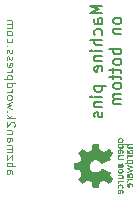
<source format=gbo>
G04 #@! TF.GenerationSoftware,KiCad,Pcbnew,(6.0.0)*
G04 #@! TF.CreationDate,2023-01-29T20:40:06-05:00*
G04 #@! TF.ProjectId,tms7000 64 pin narrow adapter,746d7337-3030-4302-9036-342070696e20,rev?*
G04 #@! TF.SameCoordinates,Original*
G04 #@! TF.FileFunction,Legend,Bot*
G04 #@! TF.FilePolarity,Positive*
%FSLAX46Y46*%
G04 Gerber Fmt 4.6, Leading zero omitted, Abs format (unit mm)*
G04 Created by KiCad (PCBNEW (6.0.0)) date 2023-01-29 20:40:06*
%MOMM*%
%LPD*%
G01*
G04 APERTURE LIST*
%ADD10C,0.100000*%
%ADD11C,0.150000*%
%ADD12R,1.600000X1.600000*%
%ADD13O,1.600000X1.600000*%
%ADD14R,1.100000X1.100000*%
%ADD15C,1.100000*%
G04 APERTURE END LIST*
D10*
X127191333Y-101196000D02*
X127558000Y-101196000D01*
X127624666Y-101229333D01*
X127658000Y-101296000D01*
X127658000Y-101429333D01*
X127624666Y-101496000D01*
X127224666Y-101196000D02*
X127191333Y-101262666D01*
X127191333Y-101429333D01*
X127224666Y-101496000D01*
X127291333Y-101529333D01*
X127358000Y-101529333D01*
X127424666Y-101496000D01*
X127458000Y-101429333D01*
X127458000Y-101262666D01*
X127491333Y-101196000D01*
X127191333Y-100862666D02*
X127891333Y-100862666D01*
X127624666Y-100862666D02*
X127658000Y-100796000D01*
X127658000Y-100662666D01*
X127624666Y-100596000D01*
X127591333Y-100562666D01*
X127524666Y-100529333D01*
X127324666Y-100529333D01*
X127258000Y-100562666D01*
X127224666Y-100596000D01*
X127191333Y-100662666D01*
X127191333Y-100796000D01*
X127224666Y-100862666D01*
X127658000Y-100296000D02*
X127658000Y-99929333D01*
X127191333Y-100296000D01*
X127191333Y-99929333D01*
X127191333Y-99662666D02*
X127658000Y-99662666D01*
X127591333Y-99662666D02*
X127624666Y-99629333D01*
X127658000Y-99562666D01*
X127658000Y-99462666D01*
X127624666Y-99396000D01*
X127558000Y-99362666D01*
X127191333Y-99362666D01*
X127558000Y-99362666D02*
X127624666Y-99329333D01*
X127658000Y-99262666D01*
X127658000Y-99162666D01*
X127624666Y-99096000D01*
X127558000Y-99062666D01*
X127191333Y-99062666D01*
X127191333Y-98429333D02*
X127558000Y-98429333D01*
X127624666Y-98462666D01*
X127658000Y-98529333D01*
X127658000Y-98662666D01*
X127624666Y-98729333D01*
X127224666Y-98429333D02*
X127191333Y-98496000D01*
X127191333Y-98662666D01*
X127224666Y-98729333D01*
X127291333Y-98762666D01*
X127358000Y-98762666D01*
X127424666Y-98729333D01*
X127458000Y-98662666D01*
X127458000Y-98496000D01*
X127491333Y-98429333D01*
X127658000Y-98096000D02*
X127191333Y-98096000D01*
X127591333Y-98096000D02*
X127624666Y-98062666D01*
X127658000Y-97996000D01*
X127658000Y-97896000D01*
X127624666Y-97829333D01*
X127558000Y-97796000D01*
X127191333Y-97796000D01*
X127824666Y-97496000D02*
X127858000Y-97462666D01*
X127891333Y-97396000D01*
X127891333Y-97229333D01*
X127858000Y-97162666D01*
X127824666Y-97129333D01*
X127758000Y-97096000D01*
X127691333Y-97096000D01*
X127591333Y-97129333D01*
X127191333Y-97529333D01*
X127191333Y-97096000D01*
X127191333Y-96796000D02*
X127891333Y-96796000D01*
X127458000Y-96729333D02*
X127191333Y-96529333D01*
X127658000Y-96529333D02*
X127391333Y-96796000D01*
X127258000Y-96229333D02*
X127224666Y-96196000D01*
X127191333Y-96229333D01*
X127224666Y-96262666D01*
X127258000Y-96229333D01*
X127191333Y-96229333D01*
X127658000Y-95962666D02*
X127191333Y-95829333D01*
X127524666Y-95696000D01*
X127191333Y-95562666D01*
X127658000Y-95429333D01*
X127191333Y-95062666D02*
X127224666Y-95129333D01*
X127258000Y-95162666D01*
X127324666Y-95196000D01*
X127524666Y-95196000D01*
X127591333Y-95162666D01*
X127624666Y-95129333D01*
X127658000Y-95062666D01*
X127658000Y-94962666D01*
X127624666Y-94896000D01*
X127591333Y-94862666D01*
X127524666Y-94829333D01*
X127324666Y-94829333D01*
X127258000Y-94862666D01*
X127224666Y-94896000D01*
X127191333Y-94962666D01*
X127191333Y-95062666D01*
X127191333Y-94529333D02*
X127658000Y-94529333D01*
X127524666Y-94529333D02*
X127591333Y-94496000D01*
X127624666Y-94462666D01*
X127658000Y-94396000D01*
X127658000Y-94329333D01*
X127191333Y-93796000D02*
X127891333Y-93796000D01*
X127224666Y-93796000D02*
X127191333Y-93862666D01*
X127191333Y-93996000D01*
X127224666Y-94062666D01*
X127258000Y-94096000D01*
X127324666Y-94129333D01*
X127524666Y-94129333D01*
X127591333Y-94096000D01*
X127624666Y-94062666D01*
X127658000Y-93996000D01*
X127658000Y-93862666D01*
X127624666Y-93796000D01*
X127658000Y-93462666D02*
X126958000Y-93462666D01*
X127624666Y-93462666D02*
X127658000Y-93396000D01*
X127658000Y-93262666D01*
X127624666Y-93196000D01*
X127591333Y-93162666D01*
X127524666Y-93129333D01*
X127324666Y-93129333D01*
X127258000Y-93162666D01*
X127224666Y-93196000D01*
X127191333Y-93262666D01*
X127191333Y-93396000D01*
X127224666Y-93462666D01*
X127191333Y-92829333D02*
X127658000Y-92829333D01*
X127524666Y-92829333D02*
X127591333Y-92796000D01*
X127624666Y-92762666D01*
X127658000Y-92696000D01*
X127658000Y-92629333D01*
X127224666Y-92129333D02*
X127191333Y-92196000D01*
X127191333Y-92329333D01*
X127224666Y-92396000D01*
X127291333Y-92429333D01*
X127558000Y-92429333D01*
X127624666Y-92396000D01*
X127658000Y-92329333D01*
X127658000Y-92196000D01*
X127624666Y-92129333D01*
X127558000Y-92096000D01*
X127491333Y-92096000D01*
X127424666Y-92429333D01*
X127224666Y-91829333D02*
X127191333Y-91762666D01*
X127191333Y-91629333D01*
X127224666Y-91562666D01*
X127291333Y-91529333D01*
X127324666Y-91529333D01*
X127391333Y-91562666D01*
X127424666Y-91629333D01*
X127424666Y-91729333D01*
X127458000Y-91796000D01*
X127524666Y-91829333D01*
X127558000Y-91829333D01*
X127624666Y-91796000D01*
X127658000Y-91729333D01*
X127658000Y-91629333D01*
X127624666Y-91562666D01*
X127224666Y-91262666D02*
X127191333Y-91196000D01*
X127191333Y-91062666D01*
X127224666Y-90996000D01*
X127291333Y-90962666D01*
X127324666Y-90962666D01*
X127391333Y-90996000D01*
X127424666Y-91062666D01*
X127424666Y-91162666D01*
X127458000Y-91229333D01*
X127524666Y-91262666D01*
X127558000Y-91262666D01*
X127624666Y-91229333D01*
X127658000Y-91162666D01*
X127658000Y-91062666D01*
X127624666Y-90996000D01*
X127258000Y-90662666D02*
X127224666Y-90629333D01*
X127191333Y-90662666D01*
X127224666Y-90696000D01*
X127258000Y-90662666D01*
X127191333Y-90662666D01*
X127224666Y-90029333D02*
X127191333Y-90096000D01*
X127191333Y-90229333D01*
X127224666Y-90296000D01*
X127258000Y-90329333D01*
X127324666Y-90362666D01*
X127524666Y-90362666D01*
X127591333Y-90329333D01*
X127624666Y-90296000D01*
X127658000Y-90229333D01*
X127658000Y-90096000D01*
X127624666Y-90029333D01*
X127191333Y-89629333D02*
X127224666Y-89696000D01*
X127258000Y-89729333D01*
X127324666Y-89762666D01*
X127524666Y-89762666D01*
X127591333Y-89729333D01*
X127624666Y-89696000D01*
X127658000Y-89629333D01*
X127658000Y-89529333D01*
X127624666Y-89462666D01*
X127591333Y-89429333D01*
X127524666Y-89396000D01*
X127324666Y-89396000D01*
X127258000Y-89429333D01*
X127224666Y-89462666D01*
X127191333Y-89529333D01*
X127191333Y-89629333D01*
X127191333Y-89096000D02*
X127658000Y-89096000D01*
X127591333Y-89096000D02*
X127624666Y-89062666D01*
X127658000Y-88996000D01*
X127658000Y-88896000D01*
X127624666Y-88829333D01*
X127558000Y-88796000D01*
X127191333Y-88796000D01*
X127558000Y-88796000D02*
X127624666Y-88762666D01*
X127658000Y-88696000D01*
X127658000Y-88596000D01*
X127624666Y-88529333D01*
X127558000Y-88496000D01*
X127191333Y-88496000D01*
D11*
X135283380Y-87233714D02*
X134283380Y-87233714D01*
X134997666Y-87567047D01*
X134283380Y-87900380D01*
X135283380Y-87900380D01*
X135283380Y-88805142D02*
X134759571Y-88805142D01*
X134664333Y-88757523D01*
X134616714Y-88662285D01*
X134616714Y-88471809D01*
X134664333Y-88376571D01*
X135235761Y-88805142D02*
X135283380Y-88709904D01*
X135283380Y-88471809D01*
X135235761Y-88376571D01*
X135140523Y-88328952D01*
X135045285Y-88328952D01*
X134950047Y-88376571D01*
X134902428Y-88471809D01*
X134902428Y-88709904D01*
X134854809Y-88805142D01*
X135235761Y-89709904D02*
X135283380Y-89614666D01*
X135283380Y-89424190D01*
X135235761Y-89328952D01*
X135188142Y-89281333D01*
X135092904Y-89233714D01*
X134807190Y-89233714D01*
X134711952Y-89281333D01*
X134664333Y-89328952D01*
X134616714Y-89424190D01*
X134616714Y-89614666D01*
X134664333Y-89709904D01*
X135283380Y-90138476D02*
X134283380Y-90138476D01*
X135283380Y-90567047D02*
X134759571Y-90567047D01*
X134664333Y-90519428D01*
X134616714Y-90424190D01*
X134616714Y-90281333D01*
X134664333Y-90186095D01*
X134711952Y-90138476D01*
X135283380Y-91043238D02*
X134616714Y-91043238D01*
X134283380Y-91043238D02*
X134331000Y-90995619D01*
X134378619Y-91043238D01*
X134331000Y-91090857D01*
X134283380Y-91043238D01*
X134378619Y-91043238D01*
X134616714Y-91519428D02*
X135283380Y-91519428D01*
X134711952Y-91519428D02*
X134664333Y-91567047D01*
X134616714Y-91662285D01*
X134616714Y-91805142D01*
X134664333Y-91900380D01*
X134759571Y-91948000D01*
X135283380Y-91948000D01*
X135235761Y-92805142D02*
X135283380Y-92709904D01*
X135283380Y-92519428D01*
X135235761Y-92424190D01*
X135140523Y-92376571D01*
X134759571Y-92376571D01*
X134664333Y-92424190D01*
X134616714Y-92519428D01*
X134616714Y-92709904D01*
X134664333Y-92805142D01*
X134759571Y-92852761D01*
X134854809Y-92852761D01*
X134950047Y-92376571D01*
X134616714Y-94043238D02*
X135616714Y-94043238D01*
X134664333Y-94043238D02*
X134616714Y-94138476D01*
X134616714Y-94328952D01*
X134664333Y-94424190D01*
X134711952Y-94471809D01*
X134807190Y-94519428D01*
X135092904Y-94519428D01*
X135188142Y-94471809D01*
X135235761Y-94424190D01*
X135283380Y-94328952D01*
X135283380Y-94138476D01*
X135235761Y-94043238D01*
X135283380Y-94948000D02*
X134616714Y-94948000D01*
X134283380Y-94948000D02*
X134331000Y-94900380D01*
X134378619Y-94948000D01*
X134331000Y-94995619D01*
X134283380Y-94948000D01*
X134378619Y-94948000D01*
X134616714Y-95424190D02*
X135283380Y-95424190D01*
X134711952Y-95424190D02*
X134664333Y-95471809D01*
X134616714Y-95567047D01*
X134616714Y-95709904D01*
X134664333Y-95805142D01*
X134759571Y-95852761D01*
X135283380Y-95852761D01*
X135235761Y-96281333D02*
X135283380Y-96376571D01*
X135283380Y-96567047D01*
X135235761Y-96662285D01*
X135140523Y-96709904D01*
X135092904Y-96709904D01*
X134997666Y-96662285D01*
X134950047Y-96567047D01*
X134950047Y-96424190D01*
X134902428Y-96328952D01*
X134807190Y-96281333D01*
X134759571Y-96281333D01*
X134664333Y-96328952D01*
X134616714Y-96424190D01*
X134616714Y-96567047D01*
X134664333Y-96662285D01*
X136893380Y-88448000D02*
X136845761Y-88352761D01*
X136798142Y-88305142D01*
X136702904Y-88257523D01*
X136417190Y-88257523D01*
X136321952Y-88305142D01*
X136274333Y-88352761D01*
X136226714Y-88448000D01*
X136226714Y-88590857D01*
X136274333Y-88686095D01*
X136321952Y-88733714D01*
X136417190Y-88781333D01*
X136702904Y-88781333D01*
X136798142Y-88733714D01*
X136845761Y-88686095D01*
X136893380Y-88590857D01*
X136893380Y-88448000D01*
X136226714Y-89209904D02*
X136893380Y-89209904D01*
X136321952Y-89209904D02*
X136274333Y-89257523D01*
X136226714Y-89352761D01*
X136226714Y-89495619D01*
X136274333Y-89590857D01*
X136369571Y-89638476D01*
X136893380Y-89638476D01*
X136893380Y-90876571D02*
X135893380Y-90876571D01*
X136274333Y-90876571D02*
X136226714Y-90971809D01*
X136226714Y-91162285D01*
X136274333Y-91257523D01*
X136321952Y-91305142D01*
X136417190Y-91352761D01*
X136702904Y-91352761D01*
X136798142Y-91305142D01*
X136845761Y-91257523D01*
X136893380Y-91162285D01*
X136893380Y-90971809D01*
X136845761Y-90876571D01*
X136893380Y-91924190D02*
X136845761Y-91828952D01*
X136798142Y-91781333D01*
X136702904Y-91733714D01*
X136417190Y-91733714D01*
X136321952Y-91781333D01*
X136274333Y-91828952D01*
X136226714Y-91924190D01*
X136226714Y-92067047D01*
X136274333Y-92162285D01*
X136321952Y-92209904D01*
X136417190Y-92257523D01*
X136702904Y-92257523D01*
X136798142Y-92209904D01*
X136845761Y-92162285D01*
X136893380Y-92067047D01*
X136893380Y-91924190D01*
X136226714Y-92543238D02*
X136226714Y-92924190D01*
X135893380Y-92686095D02*
X136750523Y-92686095D01*
X136845761Y-92733714D01*
X136893380Y-92828952D01*
X136893380Y-92924190D01*
X136226714Y-93114666D02*
X136226714Y-93495619D01*
X135893380Y-93257523D02*
X136750523Y-93257523D01*
X136845761Y-93305142D01*
X136893380Y-93400380D01*
X136893380Y-93495619D01*
X136893380Y-93971809D02*
X136845761Y-93876571D01*
X136798142Y-93828952D01*
X136702904Y-93781333D01*
X136417190Y-93781333D01*
X136321952Y-93828952D01*
X136274333Y-93876571D01*
X136226714Y-93971809D01*
X136226714Y-94114666D01*
X136274333Y-94209904D01*
X136321952Y-94257523D01*
X136417190Y-94305142D01*
X136702904Y-94305142D01*
X136798142Y-94257523D01*
X136845761Y-94209904D01*
X136893380Y-94114666D01*
X136893380Y-93971809D01*
X136893380Y-94733714D02*
X136226714Y-94733714D01*
X136321952Y-94733714D02*
X136274333Y-94781333D01*
X136226714Y-94876571D01*
X136226714Y-95019428D01*
X136274333Y-95114666D01*
X136369571Y-95162285D01*
X136893380Y-95162285D01*
X136369571Y-95162285D02*
X136274333Y-95209904D01*
X136226714Y-95305142D01*
X136226714Y-95448000D01*
X136274333Y-95543238D01*
X136369571Y-95590857D01*
X136893380Y-95590857D01*
G36*
X136902644Y-98464611D02*
G01*
X136946692Y-98471113D01*
X136983065Y-98482568D01*
X137013840Y-98499617D01*
X137041091Y-98522899D01*
X137055032Y-98538457D01*
X137080863Y-98579470D01*
X137095036Y-98624458D01*
X137097788Y-98659686D01*
X137095121Y-98700255D01*
X137087277Y-98737483D01*
X137076783Y-98763070D01*
X137051732Y-98800097D01*
X137018289Y-98831178D01*
X136978896Y-98853695D01*
X136965802Y-98858041D01*
X136934798Y-98864031D01*
X136896595Y-98867834D01*
X136854443Y-98869445D01*
X136811595Y-98868863D01*
X136771300Y-98866084D01*
X136736811Y-98861106D01*
X136711377Y-98853926D01*
X136691878Y-98844497D01*
X136654228Y-98817243D01*
X136624967Y-98782871D01*
X136604456Y-98743176D01*
X136593056Y-98699955D01*
X136592199Y-98679961D01*
X136694361Y-98679961D01*
X136702271Y-98709431D01*
X136719171Y-98735162D01*
X136745059Y-98754675D01*
X136757271Y-98760328D01*
X136771273Y-98764657D01*
X136788421Y-98767189D01*
X136811832Y-98768359D01*
X136844622Y-98768604D01*
X136873827Y-98767991D01*
X136913015Y-98764390D01*
X136942494Y-98757182D01*
X136963791Y-98745929D01*
X136978431Y-98730193D01*
X136978454Y-98730158D01*
X136991496Y-98700301D01*
X136995697Y-98667090D01*
X136991083Y-98634617D01*
X136977678Y-98606969D01*
X136970094Y-98597509D01*
X136955574Y-98584023D01*
X136938180Y-98574830D01*
X136915524Y-98569187D01*
X136885214Y-98566347D01*
X136844860Y-98565566D01*
X136841198Y-98565568D01*
X136808228Y-98565882D01*
X136784807Y-98566976D01*
X136768236Y-98569198D01*
X136755818Y-98572893D01*
X136744856Y-98578407D01*
X136724609Y-98593882D01*
X136705528Y-98619709D01*
X136695446Y-98649228D01*
X136694361Y-98679961D01*
X136592199Y-98679961D01*
X136591129Y-98655003D01*
X136599034Y-98610116D01*
X136617134Y-98567089D01*
X136645789Y-98527719D01*
X136654975Y-98518248D01*
X136681849Y-98496249D01*
X136712103Y-98480378D01*
X136747908Y-98469924D01*
X136791437Y-98464174D01*
X136844860Y-98462416D01*
X136848846Y-98462424D01*
X136902644Y-98464611D01*
G37*
G36*
X136903558Y-102387743D02*
G01*
X136954106Y-102400320D01*
X136998354Y-102420355D01*
X137034062Y-102447283D01*
X137040200Y-102453687D01*
X137064577Y-102486798D01*
X137083771Y-102525084D01*
X137094867Y-102562997D01*
X137098394Y-102586978D01*
X137099908Y-102614670D01*
X137097074Y-102639901D01*
X137089619Y-102668201D01*
X137085538Y-102680013D01*
X137069273Y-102715092D01*
X137048747Y-102747455D01*
X137026882Y-102772257D01*
X137017808Y-102779684D01*
X137010513Y-102780232D01*
X137000459Y-102772257D01*
X136996658Y-102768622D01*
X136983044Y-102754005D01*
X136968782Y-102737038D01*
X136950296Y-102713728D01*
X136967423Y-102691273D01*
X136971027Y-102686332D01*
X136988417Y-102652322D01*
X136995831Y-102616431D01*
X136993672Y-102580967D01*
X136982349Y-102548235D01*
X136962264Y-102520541D01*
X136933825Y-102500192D01*
X136932244Y-102499424D01*
X136915391Y-102492469D01*
X136897822Y-102488301D01*
X136875618Y-102486284D01*
X136844860Y-102485784D01*
X136835915Y-102485823D01*
X136808334Y-102486651D01*
X136788228Y-102489075D01*
X136771631Y-102493785D01*
X136754574Y-102501468D01*
X136729155Y-102518104D01*
X136708800Y-102542968D01*
X136697986Y-102574789D01*
X136696096Y-102614761D01*
X136696829Y-102626017D01*
X136700086Y-102648578D01*
X136706754Y-102666529D01*
X136718636Y-102685527D01*
X136738942Y-102714336D01*
X136720697Y-102737342D01*
X136716039Y-102743083D01*
X136701426Y-102759847D01*
X136689195Y-102772316D01*
X136687144Y-102774160D01*
X136678479Y-102780440D01*
X136671261Y-102779071D01*
X136660254Y-102769551D01*
X136657425Y-102766813D01*
X136632751Y-102736014D01*
X136611886Y-102697930D01*
X136597443Y-102657236D01*
X136594973Y-102647168D01*
X136590847Y-102623509D01*
X136590690Y-102601430D01*
X136594238Y-102574129D01*
X136603047Y-102536008D01*
X136623097Y-102489166D01*
X136652091Y-102450973D01*
X136690168Y-102421298D01*
X136737468Y-102400010D01*
X136794132Y-102386978D01*
X136848952Y-102383187D01*
X136903558Y-102387743D01*
G37*
G36*
X137876364Y-102038295D02*
G01*
X137712261Y-102038305D01*
X137679446Y-102038338D01*
X137635757Y-102038559D01*
X137602000Y-102039070D01*
X137576591Y-102039964D01*
X137557944Y-102041335D01*
X137544474Y-102043277D01*
X137534595Y-102045882D01*
X137526722Y-102049245D01*
X137511290Y-102059153D01*
X137490292Y-102082887D01*
X137478753Y-102111879D01*
X137477525Y-102143401D01*
X137487462Y-102174728D01*
X137500221Y-102199206D01*
X137456346Y-102235301D01*
X137455397Y-102236080D01*
X137433992Y-102253049D01*
X137419879Y-102262490D01*
X137411283Y-102265377D01*
X137406426Y-102262685D01*
X137387579Y-102226657D01*
X137377391Y-102184050D01*
X137377800Y-102140323D01*
X137388756Y-102098140D01*
X137410210Y-102060163D01*
X137426889Y-102038295D01*
X137382492Y-102038295D01*
X137382492Y-101938271D01*
X137876364Y-101938271D01*
X137876364Y-102038295D01*
G37*
G36*
X137777740Y-99428723D02*
G01*
X137797757Y-99437078D01*
X137829802Y-99460420D01*
X137855586Y-99493089D01*
X137873616Y-99533455D01*
X137879020Y-99558842D01*
X137881812Y-99593582D01*
X137880875Y-99628599D01*
X137876088Y-99657828D01*
X137875657Y-99659309D01*
X137866380Y-99680683D01*
X137853687Y-99700026D01*
X137837743Y-99718975D01*
X137876364Y-99718975D01*
X137876364Y-99826349D01*
X137687255Y-99823792D01*
X137684355Y-99823753D01*
X137623620Y-99822725D01*
X137574473Y-99821452D01*
X137536040Y-99819887D01*
X137507444Y-99817988D01*
X137487811Y-99815708D01*
X137476265Y-99813002D01*
X137448681Y-99799557D01*
X137419763Y-99774718D01*
X137397477Y-99740099D01*
X137393171Y-99730947D01*
X137386373Y-99713213D01*
X137381986Y-99694330D01*
X137379268Y-99670514D01*
X137377479Y-99637980D01*
X137376870Y-99611568D01*
X137379008Y-99567985D01*
X137386034Y-99532575D01*
X137398543Y-99502909D01*
X137417132Y-99476560D01*
X137426729Y-99465830D01*
X137438123Y-99454539D01*
X137444491Y-99450159D01*
X137445031Y-99450307D01*
X137451955Y-99456389D01*
X137463767Y-99469604D01*
X137478248Y-99487496D01*
X137507244Y-99524834D01*
X137492518Y-99540723D01*
X137485351Y-99549730D01*
X137476342Y-99568847D01*
X137471474Y-99594413D01*
X137470014Y-99629310D01*
X137470657Y-99644706D01*
X137476125Y-99674852D01*
X137486349Y-99698268D01*
X137500331Y-99712220D01*
X137507205Y-99714660D01*
X137525354Y-99717762D01*
X137547065Y-99718975D01*
X137581179Y-99718975D01*
X137669094Y-99718975D01*
X137704272Y-99718975D01*
X137718452Y-99718396D01*
X137746494Y-99713275D01*
X137767439Y-99703665D01*
X137778712Y-99690549D01*
X137779600Y-99687845D01*
X137782827Y-99669831D01*
X137784946Y-99644829D01*
X137785796Y-99617293D01*
X137785214Y-99591672D01*
X137783036Y-99572418D01*
X137780911Y-99564359D01*
X137768711Y-99541535D01*
X137750733Y-99526156D01*
X137729599Y-99519257D01*
X137707929Y-99521873D01*
X137688344Y-99535039D01*
X137682676Y-99541659D01*
X137678213Y-99549613D01*
X137675238Y-99560551D01*
X137673340Y-99576852D01*
X137672111Y-99600897D01*
X137671141Y-99635063D01*
X137669094Y-99718975D01*
X137581179Y-99718975D01*
X137583805Y-99626765D01*
X137585565Y-99583996D01*
X137588623Y-99549170D01*
X137593508Y-99522320D01*
X137600814Y-99501137D01*
X137611137Y-99483312D01*
X137625071Y-99466538D01*
X137637966Y-99455051D01*
X137669197Y-99437497D01*
X137705625Y-99426583D01*
X137729599Y-99424501D01*
X137743167Y-99423322D01*
X137777740Y-99428723D01*
G37*
G36*
X137876364Y-99055566D02*
G01*
X137709135Y-99057502D01*
X137679512Y-99057855D01*
X137635597Y-99058481D01*
X137601697Y-99059217D01*
X137576222Y-99060195D01*
X137557577Y-99061549D01*
X137544172Y-99063413D01*
X137534412Y-99065920D01*
X137526706Y-99069203D01*
X137519461Y-99073397D01*
X137518494Y-99074008D01*
X137496799Y-99094851D01*
X137482771Y-99122488D01*
X137477062Y-99153479D01*
X137480325Y-99184380D01*
X137493214Y-99211751D01*
X137501294Y-99222018D01*
X137510344Y-99230756D01*
X137521322Y-99237472D01*
X137535738Y-99242429D01*
X137555103Y-99245893D01*
X137580927Y-99248127D01*
X137614721Y-99249397D01*
X137657995Y-99249966D01*
X137712261Y-99250100D01*
X137876364Y-99250109D01*
X137876364Y-99350646D01*
X137684129Y-99348827D01*
X137673827Y-99348729D01*
X137618085Y-99348129D01*
X137573100Y-99347314D01*
X137537373Y-99346002D01*
X137509404Y-99343912D01*
X137487694Y-99340760D01*
X137470744Y-99336265D01*
X137457054Y-99330145D01*
X137445126Y-99322116D01*
X137433460Y-99311897D01*
X137420557Y-99299206D01*
X137407508Y-99284044D01*
X137387927Y-99248329D01*
X137377566Y-99208208D01*
X137376657Y-99166609D01*
X137385430Y-99126462D01*
X137404116Y-99090695D01*
X137405586Y-99088666D01*
X137415746Y-99074225D01*
X137422376Y-99064126D01*
X137422602Y-99063299D01*
X137419698Y-99061180D01*
X137410631Y-99059508D01*
X137394346Y-99058239D01*
X137369785Y-99057329D01*
X137335893Y-99056734D01*
X137291612Y-99056410D01*
X137235886Y-99056312D01*
X137044781Y-99056312D01*
X137066443Y-99089132D01*
X137075433Y-99104338D01*
X137087327Y-99129560D01*
X137094693Y-99151771D01*
X137098451Y-99182806D01*
X137093887Y-99224864D01*
X137078972Y-99263758D01*
X137054870Y-99297496D01*
X137022746Y-99324086D01*
X136983763Y-99341536D01*
X136980742Y-99342348D01*
X136956146Y-99346505D01*
X136922661Y-99349441D01*
X136883333Y-99351156D01*
X136841209Y-99351651D01*
X136799334Y-99350928D01*
X136760754Y-99348986D01*
X136728517Y-99345827D01*
X136705668Y-99341452D01*
X136686939Y-99334756D01*
X136651125Y-99313352D01*
X136623222Y-99284270D01*
X136603821Y-99249328D01*
X136593514Y-99210346D01*
X136592892Y-99169145D01*
X136593589Y-99166142D01*
X136695596Y-99166142D01*
X136701064Y-99196605D01*
X136714914Y-99219298D01*
X136737828Y-99235714D01*
X136749489Y-99240425D01*
X136763916Y-99243669D01*
X136783514Y-99245677D01*
X136810724Y-99246699D01*
X136847986Y-99246984D01*
X136886380Y-99246502D01*
X136918556Y-99244518D01*
X136942193Y-99240468D01*
X136959347Y-99233790D01*
X136972073Y-99223924D01*
X136982429Y-99210309D01*
X136990480Y-99193244D01*
X136996127Y-99163777D01*
X136994293Y-99133349D01*
X136985372Y-99105881D01*
X136969764Y-99085296D01*
X136961379Y-99079301D01*
X136933046Y-99067033D01*
X136897414Y-99059243D01*
X136857623Y-99055912D01*
X136816815Y-99057021D01*
X136778130Y-99062551D01*
X136744709Y-99072484D01*
X136719694Y-99086800D01*
X136709959Y-99095655D01*
X136702372Y-99106522D01*
X136698336Y-99121125D01*
X136696032Y-99143847D01*
X136695596Y-99166142D01*
X136593589Y-99166142D01*
X136602547Y-99127543D01*
X136623070Y-99087362D01*
X136643965Y-99056312D01*
X136594798Y-99056312D01*
X136594798Y-98956287D01*
X137876364Y-98956287D01*
X137876364Y-99055566D01*
G37*
G36*
X136875025Y-102813549D02*
G01*
X136909379Y-102816012D01*
X136935969Y-102820300D01*
X136974741Y-102832903D01*
X137018724Y-102857298D01*
X137053624Y-102890048D01*
X137079074Y-102930788D01*
X137094708Y-102979152D01*
X137095295Y-102982130D01*
X137099426Y-103036105D01*
X137091787Y-103089452D01*
X137072941Y-103139918D01*
X137043447Y-103185250D01*
X137037882Y-103191731D01*
X137026868Y-103202910D01*
X137020207Y-103207333D01*
X137019966Y-103207302D01*
X137013179Y-103202211D01*
X137001098Y-103190093D01*
X136986170Y-103173388D01*
X136957169Y-103139443D01*
X136972524Y-103116816D01*
X136974850Y-103113265D01*
X136986624Y-103092103D01*
X136995217Y-103071955D01*
X136997786Y-103062095D01*
X137000513Y-103034681D01*
X136998956Y-103005149D01*
X136993555Y-102978254D01*
X136984748Y-102958750D01*
X136968790Y-102943184D01*
X136945823Y-102928490D01*
X136921144Y-102917703D01*
X136899799Y-102913511D01*
X136882369Y-102913511D01*
X136882369Y-103221186D01*
X136812039Y-103218622D01*
X136766718Y-103215417D01*
X136729731Y-103208639D01*
X136699451Y-103197270D01*
X136673071Y-103180249D01*
X136647789Y-103156516D01*
X136619394Y-103118916D01*
X136599477Y-103074096D01*
X136591200Y-103026392D01*
X136591910Y-103017202D01*
X136688571Y-103017202D01*
X136688768Y-103024051D01*
X136696359Y-103057667D01*
X136714311Y-103085028D01*
X136741713Y-103105114D01*
X136777656Y-103116909D01*
X136801099Y-103121203D01*
X136801099Y-102913511D01*
X136783328Y-102913511D01*
X136764786Y-102916550D01*
X136739124Y-102927765D01*
X136715933Y-102944437D01*
X136700170Y-102963581D01*
X136699698Y-102964480D01*
X136691620Y-102988697D01*
X136688571Y-103017202D01*
X136591910Y-103017202D01*
X136594995Y-102977267D01*
X136608291Y-102934671D01*
X136632633Y-102894169D01*
X136666780Y-102861239D01*
X136710495Y-102836106D01*
X136763537Y-102818994D01*
X136771494Y-102817460D01*
X136801099Y-102814278D01*
X136801472Y-102814238D01*
X136837519Y-102812946D01*
X136875025Y-102813549D01*
G37*
G36*
X134739380Y-98993797D02*
G01*
X134800530Y-98993837D01*
X134850474Y-98993979D01*
X134890368Y-98994272D01*
X134921366Y-98994766D01*
X134944623Y-98995511D01*
X134961295Y-98996556D01*
X134972537Y-98997952D01*
X134979504Y-98999747D01*
X134983351Y-99001992D01*
X134985233Y-99004736D01*
X134987385Y-99013039D01*
X134991547Y-99032235D01*
X134997416Y-99060843D01*
X135004702Y-99097411D01*
X135013116Y-99140488D01*
X135022369Y-99188623D01*
X135032173Y-99240366D01*
X135037726Y-99269755D01*
X135048767Y-99327136D01*
X135058034Y-99373523D01*
X135065736Y-99409839D01*
X135072085Y-99437007D01*
X135077289Y-99455950D01*
X135081560Y-99467591D01*
X135085108Y-99472853D01*
X135086600Y-99473744D01*
X135098358Y-99479317D01*
X135119708Y-99488638D01*
X135149110Y-99501062D01*
X135185027Y-99515942D01*
X135225920Y-99532635D01*
X135270250Y-99550495D01*
X135310008Y-99566286D01*
X135360836Y-99585969D01*
X135400990Y-99600786D01*
X135430911Y-99610889D01*
X135451039Y-99616435D01*
X135461813Y-99617576D01*
X135469173Y-99614348D01*
X135486078Y-99604653D01*
X135510802Y-99589351D01*
X135542050Y-99569274D01*
X135578529Y-99545256D01*
X135618944Y-99518129D01*
X135662001Y-99488726D01*
X135700495Y-99462383D01*
X135740662Y-99435266D01*
X135776781Y-99411271D01*
X135807609Y-99391204D01*
X135831907Y-99375871D01*
X135848434Y-99366080D01*
X135855948Y-99362637D01*
X135856879Y-99362934D01*
X135865668Y-99369386D01*
X135881950Y-99383549D01*
X135904715Y-99404468D01*
X135932948Y-99431186D01*
X135965639Y-99462750D01*
X136001775Y-99498205D01*
X136040343Y-99536595D01*
X136068412Y-99564776D01*
X136108395Y-99605169D01*
X136140566Y-99638090D01*
X136165638Y-99664321D01*
X136184324Y-99684647D01*
X136197336Y-99699852D01*
X136205387Y-99710720D01*
X136209190Y-99718034D01*
X136209458Y-99722578D01*
X136206169Y-99728464D01*
X136196400Y-99743918D01*
X136181073Y-99767333D01*
X136161033Y-99797443D01*
X136137125Y-99832980D01*
X136110193Y-99872677D01*
X136081082Y-99915267D01*
X136056526Y-99951302D01*
X136029542Y-99991503D01*
X136005644Y-100027761D01*
X135985642Y-100058813D01*
X135970350Y-100083396D01*
X135960579Y-100100246D01*
X135957141Y-100108100D01*
X135957687Y-100111031D01*
X135962812Y-100124659D01*
X135972468Y-100145967D01*
X135985594Y-100172676D01*
X136001128Y-100202504D01*
X136008123Y-100215773D01*
X136022502Y-100244394D01*
X136033838Y-100268850D01*
X136041117Y-100286888D01*
X136043325Y-100296256D01*
X136042138Y-100298152D01*
X136035986Y-100302712D01*
X136024039Y-100309383D01*
X136005651Y-100318450D01*
X135980179Y-100330197D01*
X135946977Y-100344907D01*
X135905400Y-100362866D01*
X135854804Y-100384357D01*
X135794543Y-100409664D01*
X135723973Y-100439071D01*
X135642449Y-100472862D01*
X135599880Y-100490443D01*
X135534673Y-100517260D01*
X135473273Y-100542376D01*
X135416647Y-100565403D01*
X135365760Y-100585953D01*
X135321580Y-100603637D01*
X135285075Y-100618067D01*
X135257210Y-100628855D01*
X135238954Y-100635612D01*
X135231273Y-100637951D01*
X135228090Y-100637398D01*
X135215750Y-100628766D01*
X135202067Y-100611382D01*
X135199721Y-100607788D01*
X135186425Y-100588222D01*
X135169478Y-100564114D01*
X135151960Y-100539860D01*
X135122131Y-100502829D01*
X135065696Y-100447853D01*
X135002520Y-100402528D01*
X134933825Y-100367328D01*
X134860831Y-100342726D01*
X134784763Y-100329194D01*
X134706841Y-100327205D01*
X134628288Y-100337233D01*
X134607870Y-100341907D01*
X134534745Y-100366525D01*
X134466523Y-100401850D01*
X134404286Y-100446869D01*
X134349119Y-100500567D01*
X134302104Y-100561930D01*
X134264327Y-100629943D01*
X134236870Y-100703592D01*
X134231961Y-100723475D01*
X134224619Y-100772236D01*
X134221439Y-100826444D01*
X134222421Y-100881790D01*
X134227565Y-100933965D01*
X134236870Y-100978660D01*
X134252173Y-101024639D01*
X134281533Y-101087487D01*
X134319993Y-101145189D01*
X134369248Y-101200589D01*
X134377386Y-101208644D01*
X134417485Y-101245393D01*
X134455186Y-101274112D01*
X134493811Y-101297103D01*
X134536684Y-101316669D01*
X134602314Y-101338391D01*
X134679516Y-101352458D01*
X134756636Y-101354842D01*
X134832501Y-101345874D01*
X134905939Y-101325886D01*
X134975777Y-101295213D01*
X135040842Y-101254184D01*
X135099961Y-101203133D01*
X135151960Y-101142392D01*
X135156131Y-101136684D01*
X135173793Y-101112060D01*
X135190132Y-101088656D01*
X135202067Y-101070870D01*
X135206321Y-101064657D01*
X135219847Y-101049759D01*
X135231273Y-101044301D01*
X135234824Y-101045237D01*
X135249276Y-101050403D01*
X135273694Y-101059743D01*
X135307111Y-101072869D01*
X135348561Y-101089393D01*
X135397076Y-101108927D01*
X135451689Y-101131081D01*
X135511434Y-101155469D01*
X135575343Y-101181701D01*
X135642449Y-101209390D01*
X135694472Y-101230935D01*
X135769107Y-101261967D01*
X135833190Y-101288790D01*
X135887365Y-101311691D01*
X135932276Y-101330951D01*
X135968569Y-101346857D01*
X135996888Y-101359691D01*
X136017879Y-101369738D01*
X136032185Y-101377281D01*
X136040452Y-101382606D01*
X136043325Y-101385996D01*
X136043047Y-101388887D01*
X136038494Y-101402329D01*
X136029313Y-101423454D01*
X136016520Y-101450011D01*
X136001128Y-101479747D01*
X135994219Y-101492814D01*
X135979591Y-101521579D01*
X135967827Y-101546245D01*
X135959990Y-101564529D01*
X135957141Y-101574152D01*
X135959601Y-101580149D01*
X135968434Y-101595673D01*
X135982915Y-101619128D01*
X136002232Y-101649250D01*
X136025574Y-101684776D01*
X136052128Y-101724442D01*
X136081082Y-101766985D01*
X136105514Y-101802708D01*
X136132865Y-101842970D01*
X136157330Y-101879281D01*
X136178066Y-101910375D01*
X136194229Y-101934983D01*
X136204975Y-101951838D01*
X136209458Y-101959673D01*
X136209681Y-101962115D01*
X136207376Y-101968229D01*
X136201106Y-101977583D01*
X136190161Y-101990962D01*
X136173827Y-102009149D01*
X136151390Y-102032928D01*
X136122140Y-102063083D01*
X136085362Y-102100398D01*
X136040343Y-102145656D01*
X136030165Y-102155840D01*
X135992130Y-102193561D01*
X135956790Y-102228098D01*
X135925158Y-102258498D01*
X135898246Y-102283804D01*
X135877065Y-102303062D01*
X135862628Y-102315317D01*
X135855948Y-102319615D01*
X135849635Y-102316828D01*
X135833972Y-102307648D01*
X135810411Y-102292844D01*
X135780192Y-102273223D01*
X135744557Y-102249592D01*
X135704746Y-102222757D01*
X135662001Y-102193526D01*
X135624226Y-102167704D01*
X135583409Y-102140245D01*
X135546366Y-102115791D01*
X135514391Y-102095175D01*
X135488777Y-102079228D01*
X135470820Y-102068784D01*
X135461813Y-102064675D01*
X135455701Y-102064947D01*
X135438780Y-102068988D01*
X135412215Y-102077535D01*
X135375565Y-102090743D01*
X135328390Y-102108766D01*
X135270250Y-102131757D01*
X135255684Y-102137600D01*
X135212294Y-102155154D01*
X135172836Y-102171333D01*
X135138850Y-102185493D01*
X135111875Y-102196987D01*
X135093448Y-102205171D01*
X135085108Y-102209399D01*
X135083601Y-102211017D01*
X135079757Y-102219011D01*
X135075095Y-102233796D01*
X135069406Y-102256294D01*
X135062480Y-102287429D01*
X135054106Y-102328124D01*
X135044073Y-102379302D01*
X135032173Y-102441886D01*
X135022496Y-102492964D01*
X135013233Y-102541156D01*
X135004806Y-102584310D01*
X134997504Y-102620973D01*
X134991615Y-102649696D01*
X134987428Y-102669027D01*
X134985233Y-102677515D01*
X134985069Y-102677881D01*
X134983007Y-102680561D01*
X134978839Y-102682748D01*
X134971409Y-102684492D01*
X134959563Y-102685842D01*
X134942144Y-102686848D01*
X134917997Y-102687559D01*
X134885969Y-102688026D01*
X134844903Y-102688298D01*
X134793644Y-102688424D01*
X134731037Y-102688455D01*
X134481510Y-102688455D01*
X134475600Y-102674389D01*
X134473378Y-102666209D01*
X134469099Y-102646892D01*
X134463158Y-102618144D01*
X134455851Y-102581453D01*
X134447474Y-102538311D01*
X134438325Y-102490208D01*
X134428699Y-102438633D01*
X134419689Y-102390676D01*
X134410311Y-102342392D01*
X134401570Y-102299017D01*
X134393780Y-102262031D01*
X134387253Y-102232912D01*
X134382301Y-102213142D01*
X134379235Y-102204200D01*
X134375343Y-102200960D01*
X134360900Y-102192636D01*
X134337799Y-102180962D01*
X134307833Y-102166714D01*
X134272794Y-102150669D01*
X134234476Y-102133604D01*
X134194672Y-102116294D01*
X134155174Y-102099517D01*
X134117776Y-102084049D01*
X134084271Y-102070667D01*
X134056451Y-102060147D01*
X134036109Y-102053265D01*
X134025039Y-102050798D01*
X134024674Y-102050815D01*
X134013809Y-102055018D01*
X133993026Y-102066595D01*
X133962440Y-102085476D01*
X133922165Y-102111586D01*
X133872317Y-102144854D01*
X133813009Y-102185207D01*
X133807138Y-102189227D01*
X133763082Y-102219147D01*
X133722031Y-102246600D01*
X133685195Y-102270809D01*
X133653784Y-102290993D01*
X133629008Y-102306375D01*
X133612076Y-102316175D01*
X133604199Y-102319615D01*
X133599539Y-102317040D01*
X133586664Y-102306659D01*
X133567176Y-102289411D01*
X133542271Y-102266472D01*
X133513147Y-102239015D01*
X133480999Y-102208218D01*
X133447023Y-102175254D01*
X133412415Y-102141298D01*
X133378373Y-102107527D01*
X133346092Y-102075115D01*
X133316767Y-102045237D01*
X133291596Y-102019068D01*
X133271775Y-101997784D01*
X133258500Y-101982560D01*
X133252967Y-101974570D01*
X133252499Y-101973120D01*
X133251597Y-101969639D01*
X133251616Y-101965709D01*
X133253169Y-101960342D01*
X133256870Y-101952552D01*
X133263336Y-101941353D01*
X133273181Y-101925759D01*
X133287019Y-101904782D01*
X133305465Y-101877437D01*
X133329134Y-101842738D01*
X133358641Y-101799697D01*
X133394601Y-101747329D01*
X133415294Y-101717103D01*
X133450517Y-101665064D01*
X133478719Y-101622477D01*
X133500158Y-101588931D01*
X133515093Y-101564018D01*
X133523783Y-101547327D01*
X133526485Y-101538449D01*
X133525981Y-101535546D01*
X133521611Y-101521374D01*
X133513387Y-101498463D01*
X133502071Y-101468669D01*
X133488422Y-101433846D01*
X133473200Y-101395848D01*
X133457166Y-101356530D01*
X133441079Y-101317746D01*
X133425700Y-101281352D01*
X133411788Y-101249202D01*
X133400103Y-101223149D01*
X133391406Y-101205050D01*
X133386457Y-101196759D01*
X133385946Y-101196407D01*
X133376161Y-101193165D01*
X133355705Y-101188050D01*
X133325968Y-101181355D01*
X133288339Y-101173379D01*
X133244209Y-101164416D01*
X133194967Y-101154763D01*
X133142004Y-101144715D01*
X133133196Y-101143068D01*
X133080520Y-101133095D01*
X133031621Y-101123633D01*
X132987921Y-101114971D01*
X132950839Y-101107398D01*
X132921795Y-101101204D01*
X132902210Y-101096678D01*
X132893505Y-101094108D01*
X132892010Y-101093235D01*
X132889228Y-101090686D01*
X132886980Y-101086246D01*
X132885207Y-101078734D01*
X132883854Y-101066972D01*
X132882864Y-101049781D01*
X132882181Y-101025982D01*
X132881748Y-100994396D01*
X132881508Y-100953844D01*
X132881406Y-100903147D01*
X132881385Y-100841126D01*
X132881388Y-100808631D01*
X132881442Y-100752430D01*
X132881603Y-100706962D01*
X132881928Y-100671048D01*
X132882476Y-100643510D01*
X132883302Y-100623166D01*
X132884464Y-100608837D01*
X132886019Y-100599345D01*
X132888024Y-100593509D01*
X132890535Y-100590149D01*
X132893610Y-100588087D01*
X132894217Y-100587818D01*
X132904783Y-100584906D01*
X132926002Y-100580091D01*
X132956450Y-100573659D01*
X132994706Y-100565901D01*
X133039349Y-100557106D01*
X133088957Y-100547562D01*
X133142108Y-100537559D01*
X133151436Y-100535818D01*
X133203856Y-100525836D01*
X133252320Y-100516288D01*
X133295436Y-100507470D01*
X133331812Y-100499680D01*
X133360058Y-100493213D01*
X133378782Y-100488367D01*
X133386591Y-100485437D01*
X133388118Y-100483342D01*
X133394716Y-100470773D01*
X133404748Y-100449153D01*
X133417451Y-100420340D01*
X133432066Y-100386190D01*
X133447832Y-100348561D01*
X133463987Y-100309311D01*
X133479772Y-100270298D01*
X133494425Y-100233379D01*
X133507186Y-100200412D01*
X133517293Y-100173254D01*
X133523986Y-100153764D01*
X133526505Y-100143797D01*
X133525922Y-100140440D01*
X133520311Y-100127772D01*
X133508554Y-100107052D01*
X133490396Y-100077878D01*
X133465582Y-100039848D01*
X133433858Y-99992558D01*
X133394970Y-99935606D01*
X133383042Y-99918252D01*
X133349091Y-99868830D01*
X133321409Y-99828424D01*
X133299381Y-99796047D01*
X133282393Y-99770712D01*
X133269831Y-99751434D01*
X133261079Y-99737224D01*
X133255523Y-99727096D01*
X133252549Y-99720065D01*
X133251541Y-99715143D01*
X133251885Y-99711344D01*
X133252967Y-99707682D01*
X133256512Y-99702196D01*
X133268125Y-99688520D01*
X133286557Y-99668516D01*
X133310611Y-99643359D01*
X133339093Y-99614224D01*
X133370804Y-99582287D01*
X133404550Y-99548722D01*
X133439134Y-99514706D01*
X133473359Y-99481412D01*
X133506030Y-99450016D01*
X133535950Y-99421693D01*
X133561924Y-99397619D01*
X133582754Y-99378968D01*
X133597244Y-99366916D01*
X133604199Y-99362637D01*
X133604667Y-99362697D01*
X133613787Y-99367005D01*
X133631805Y-99377573D01*
X133657510Y-99393622D01*
X133689693Y-99414372D01*
X133727143Y-99439045D01*
X133768652Y-99466863D01*
X133813009Y-99497045D01*
X133817208Y-99499922D01*
X133875896Y-99539810D01*
X133925116Y-99572608D01*
X133964756Y-99598244D01*
X133994699Y-99616645D01*
X134014831Y-99627739D01*
X134025039Y-99631453D01*
X134031070Y-99630397D01*
X134048357Y-99624978D01*
X134073753Y-99615648D01*
X134105465Y-99603183D01*
X134141699Y-99588360D01*
X134180663Y-99571955D01*
X134220564Y-99554744D01*
X134259609Y-99537504D01*
X134296004Y-99521012D01*
X134327958Y-99506044D01*
X134353676Y-99493377D01*
X134371366Y-99483787D01*
X134379235Y-99478051D01*
X134382017Y-99470119D01*
X134386846Y-99451070D01*
X134393271Y-99422567D01*
X134400982Y-99386090D01*
X134409665Y-99343120D01*
X134419008Y-99295136D01*
X134428699Y-99243618D01*
X134437626Y-99195759D01*
X134446820Y-99147347D01*
X134455264Y-99103787D01*
X134462660Y-99066568D01*
X134468713Y-99037181D01*
X134473125Y-99017116D01*
X134475600Y-99007862D01*
X134481510Y-98993796D01*
X134731037Y-98993796D01*
X134739380Y-98993797D01*
G37*
G36*
X137789519Y-101438896D02*
G01*
X137823522Y-101459830D01*
X137851309Y-101490546D01*
X137871415Y-101530277D01*
X137871592Y-101530775D01*
X137878670Y-101561050D01*
X137881914Y-101597335D01*
X137881122Y-101633789D01*
X137876088Y-101664572D01*
X137875657Y-101666052D01*
X137866380Y-101687426D01*
X137853687Y-101706770D01*
X137837743Y-101725718D01*
X137876364Y-101725718D01*
X137876364Y-101825743D01*
X137690380Y-101825708D01*
X137655627Y-101825618D01*
X137601609Y-101825087D01*
X137555939Y-101824110D01*
X137519654Y-101822719D01*
X137493792Y-101820948D01*
X137479391Y-101818832D01*
X137475610Y-101817686D01*
X137447853Y-101802895D01*
X137422037Y-101778988D01*
X137400802Y-101748910D01*
X137386788Y-101715603D01*
X137382206Y-101695099D01*
X137377574Y-101655431D01*
X137376642Y-101612894D01*
X137379434Y-101572419D01*
X137385971Y-101538934D01*
X137387500Y-101534323D01*
X137396593Y-101514592D01*
X137409137Y-101493931D01*
X137422921Y-101475395D01*
X137435735Y-101462034D01*
X137445369Y-101456902D01*
X137445840Y-101457007D01*
X137452775Y-101462878D01*
X137464545Y-101475957D01*
X137478889Y-101493759D01*
X137483106Y-101499263D01*
X137495615Y-101516425D01*
X137501431Y-101527094D01*
X137501568Y-101533803D01*
X137497041Y-101539083D01*
X137487698Y-101549791D01*
X137476890Y-101574017D01*
X137470970Y-101604142D01*
X137469950Y-101636722D01*
X137473843Y-101668317D01*
X137482661Y-101695483D01*
X137496416Y-101714778D01*
X137500986Y-101718080D01*
X137518354Y-101723906D01*
X137545151Y-101725718D01*
X137581395Y-101725718D01*
X137670063Y-101725718D01*
X137700914Y-101725718D01*
X137703370Y-101725708D01*
X137735220Y-101722746D01*
X137757765Y-101714007D01*
X137773041Y-101698727D01*
X137773552Y-101697897D01*
X137779004Y-101682592D01*
X137783400Y-101659737D01*
X137786227Y-101633875D01*
X137786973Y-101609551D01*
X137785129Y-101591310D01*
X137782948Y-101582019D01*
X137779062Y-101564582D01*
X137770436Y-101545430D01*
X137752406Y-101530943D01*
X137727890Y-101525868D01*
X137722813Y-101525994D01*
X137703719Y-101528887D01*
X137689699Y-101536704D01*
X137680037Y-101550942D01*
X137674020Y-101573100D01*
X137670933Y-101604674D01*
X137670063Y-101647163D01*
X137670063Y-101725718D01*
X137581395Y-101725718D01*
X137583639Y-101633508D01*
X137583901Y-101623272D01*
X137585178Y-101587625D01*
X137586992Y-101561330D01*
X137589665Y-101541849D01*
X137593518Y-101526641D01*
X137598873Y-101513166D01*
X137620461Y-101478470D01*
X137650661Y-101451204D01*
X137687731Y-101434160D01*
X137708733Y-101429442D01*
X137727890Y-101429018D01*
X137750767Y-101428511D01*
X137789519Y-101438896D01*
G37*
G36*
X137093611Y-102108625D02*
G01*
X137091796Y-102160200D01*
X136919878Y-102163326D01*
X136893424Y-102163813D01*
X136845364Y-102164830D01*
X136807612Y-102166058D01*
X136778674Y-102167791D01*
X136757055Y-102170320D01*
X136741263Y-102173940D01*
X136729801Y-102178943D01*
X136721178Y-102185622D01*
X136713898Y-102194270D01*
X136706468Y-102205180D01*
X136699232Y-102221775D01*
X136695181Y-102248885D01*
X136697096Y-102277575D01*
X136705054Y-102302512D01*
X136715286Y-102322297D01*
X136687863Y-102346309D01*
X136676505Y-102356083D01*
X136658055Y-102371374D01*
X136643784Y-102382520D01*
X136627129Y-102394720D01*
X136614421Y-102374158D01*
X136601594Y-102346683D01*
X136593486Y-102309295D01*
X136593265Y-102270384D01*
X136600593Y-102232995D01*
X136615131Y-102200175D01*
X136636542Y-102174969D01*
X136637481Y-102174185D01*
X136641819Y-102168912D01*
X136637413Y-102165804D01*
X136622400Y-102163326D01*
X136597924Y-102160200D01*
X136596108Y-102108625D01*
X136594293Y-102057050D01*
X137095427Y-102057050D01*
X137093611Y-102108625D01*
G37*
G36*
X136918582Y-101065654D02*
G01*
X136956055Y-101071981D01*
X136984669Y-101081063D01*
X137022762Y-101104048D01*
X137056331Y-101137489D01*
X137080832Y-101178169D01*
X137094858Y-101224256D01*
X137096265Y-101234045D01*
X137097441Y-101273970D01*
X137092546Y-101314214D01*
X137082182Y-101348858D01*
X137067797Y-101374615D01*
X137041539Y-101406392D01*
X137010013Y-101433370D01*
X136977035Y-101451811D01*
X136966799Y-101455674D01*
X136951735Y-101460143D01*
X136935039Y-101463118D01*
X136913993Y-101464898D01*
X136885881Y-101465784D01*
X136847986Y-101466076D01*
X136834509Y-101466061D01*
X136789476Y-101464988D01*
X136753867Y-101461824D01*
X136725289Y-101455932D01*
X136701350Y-101446676D01*
X136679655Y-101433421D01*
X136657813Y-101415529D01*
X136628796Y-101383192D01*
X136606438Y-101342966D01*
X136593922Y-101299715D01*
X136591733Y-101266771D01*
X136694823Y-101266771D01*
X136694825Y-101267487D01*
X136700568Y-101302170D01*
X136717289Y-101330888D01*
X136744856Y-101353414D01*
X136745891Y-101354015D01*
X136756874Y-101359345D01*
X136769566Y-101362888D01*
X136786662Y-101364989D01*
X136810861Y-101365996D01*
X136844860Y-101366255D01*
X136867778Y-101366048D01*
X136902510Y-101364256D01*
X136928462Y-101360008D01*
X136948017Y-101352564D01*
X136963558Y-101341187D01*
X136977466Y-101325136D01*
X136988316Y-101306176D01*
X136995735Y-101273133D01*
X136991881Y-101236593D01*
X136991820Y-101236355D01*
X136982895Y-101210675D01*
X136969919Y-101191484D01*
X136951248Y-101177962D01*
X136925237Y-101169290D01*
X136890243Y-101164648D01*
X136844622Y-101163217D01*
X136815170Y-101163393D01*
X136790809Y-101164430D01*
X136773081Y-101166778D01*
X136758870Y-101170871D01*
X136745059Y-101177146D01*
X136737788Y-101181209D01*
X136713670Y-101202344D01*
X136699473Y-101230643D01*
X136694823Y-101266771D01*
X136591733Y-101266771D01*
X136590968Y-101255257D01*
X136597294Y-101211414D01*
X136612621Y-101170002D01*
X136636667Y-101132843D01*
X136669152Y-101101754D01*
X136709796Y-101078555D01*
X136715404Y-101076405D01*
X136747000Y-101068502D01*
X136786460Y-101063506D01*
X136830440Y-101061386D01*
X136844622Y-101061614D01*
X136875596Y-101062112D01*
X136918582Y-101065654D01*
G37*
G36*
X137719442Y-100272886D02*
G01*
X137741143Y-100273897D01*
X137757095Y-100275615D01*
X137769291Y-100278223D01*
X137779724Y-100281907D01*
X137790388Y-100286851D01*
X137797791Y-100290805D01*
X137829005Y-100314302D01*
X137855135Y-100344657D01*
X137872505Y-100377795D01*
X137874243Y-100383202D01*
X137879683Y-100408154D01*
X137882122Y-100432978D01*
X137881651Y-100444487D01*
X137876859Y-100472078D01*
X137868148Y-100500305D01*
X137857019Y-100524795D01*
X137844975Y-100541171D01*
X137840290Y-100545648D01*
X137833470Y-100555775D01*
X137838086Y-100561274D01*
X137854483Y-100562932D01*
X137876364Y-100562932D01*
X137876364Y-100662957D01*
X137175665Y-100662957D01*
X137177491Y-100614508D01*
X137179317Y-100566058D01*
X137302785Y-100564363D01*
X137309201Y-100564268D01*
X137346317Y-100563420D01*
X137378464Y-100562193D01*
X137403758Y-100560695D01*
X137420315Y-100559033D01*
X137426253Y-100557314D01*
X137424273Y-100552540D01*
X137415881Y-100543380D01*
X137412796Y-100540526D01*
X137399342Y-100521405D01*
X137387674Y-100495133D01*
X137381874Y-100474662D01*
X137476486Y-100474662D01*
X137483665Y-100503259D01*
X137499231Y-100528249D01*
X137523152Y-100546875D01*
X137524958Y-100547794D01*
X137537206Y-100553003D01*
X137551052Y-100556476D01*
X137569222Y-100558547D01*
X137594439Y-100559546D01*
X137629428Y-100559805D01*
X137631233Y-100559804D01*
X137673573Y-100558976D01*
X137705550Y-100556121D01*
X137729164Y-100550537D01*
X137746413Y-100541519D01*
X137759296Y-100528363D01*
X137769811Y-100510365D01*
X137777832Y-100490004D01*
X137781449Y-100459227D01*
X137774097Y-100426451D01*
X137771566Y-100420281D01*
X137756740Y-100399431D01*
X137733685Y-100384300D01*
X137701552Y-100374603D01*
X137659486Y-100370056D01*
X137606638Y-100370372D01*
X137571000Y-100372862D01*
X137540902Y-100377445D01*
X137521312Y-100384028D01*
X137505578Y-100394776D01*
X137487411Y-100417665D01*
X137477724Y-100445212D01*
X137476486Y-100474662D01*
X137381874Y-100474662D01*
X137379443Y-100466083D01*
X137376302Y-100438627D01*
X137376433Y-100429283D01*
X137381481Y-100390105D01*
X137394925Y-100356730D01*
X137418230Y-100325188D01*
X137433443Y-100309274D01*
X137448465Y-100296704D01*
X137464877Y-100287322D01*
X137484528Y-100280671D01*
X137509270Y-100276295D01*
X137540955Y-100273735D01*
X137581432Y-100272534D01*
X137632554Y-100272236D01*
X137650820Y-100272244D01*
X137659486Y-100272278D01*
X137689999Y-100272396D01*
X137719442Y-100272886D01*
G37*
G36*
X137009685Y-100582020D02*
G01*
X137018242Y-100589159D01*
X137030355Y-100604168D01*
X137044200Y-100624422D01*
X137057956Y-100647295D01*
X137069800Y-100670164D01*
X137078572Y-100691134D01*
X137088252Y-100719655D01*
X137094356Y-100744227D01*
X137096276Y-100756821D01*
X137098589Y-100807133D01*
X137092800Y-100855563D01*
X137079634Y-100900152D01*
X137059812Y-100938943D01*
X137034060Y-100969979D01*
X137003098Y-100991302D01*
X136975604Y-100999763D01*
X136939819Y-101002401D01*
X136903406Y-100998066D01*
X136871383Y-100986924D01*
X136869092Y-100985725D01*
X136846241Y-100970663D01*
X136828351Y-100951596D01*
X136814699Y-100926838D01*
X136804565Y-100894705D01*
X136797225Y-100853511D01*
X136791958Y-100801572D01*
X136791950Y-100801470D01*
X136788876Y-100775941D01*
X136784231Y-100752993D01*
X136779017Y-100737585D01*
X136769077Y-100724354D01*
X136751409Y-100714969D01*
X136731678Y-100715470D01*
X136712755Y-100725593D01*
X136697511Y-100745074D01*
X136691058Y-100764099D01*
X136688109Y-100795299D01*
X136690912Y-100830288D01*
X136699083Y-100865154D01*
X136712241Y-100895984D01*
X136731826Y-100930687D01*
X136698261Y-100959362D01*
X136697233Y-100960238D01*
X136680032Y-100974270D01*
X136666483Y-100984224D01*
X136659442Y-100987994D01*
X136657712Y-100987498D01*
X136649151Y-100979357D01*
X136637807Y-100963322D01*
X136625462Y-100942117D01*
X136613902Y-100918464D01*
X136605958Y-100895668D01*
X136598275Y-100862637D01*
X136592866Y-100826993D01*
X136590432Y-100793511D01*
X136591672Y-100766966D01*
X136596969Y-100739948D01*
X136612908Y-100694194D01*
X136636083Y-100658596D01*
X136666461Y-100633189D01*
X136704007Y-100618006D01*
X136748686Y-100613082D01*
X136756215Y-100613411D01*
X136781819Y-100617509D01*
X136804225Y-100624760D01*
X136815849Y-100630707D01*
X136839793Y-100648437D01*
X136858253Y-100672083D01*
X136872022Y-100703236D01*
X136881892Y-100743491D01*
X136888656Y-100794439D01*
X136890527Y-100812366D01*
X136895525Y-100846711D01*
X136901940Y-100870918D01*
X136910542Y-100886649D01*
X136922105Y-100895565D01*
X136937399Y-100899327D01*
X136953094Y-100899179D01*
X136974300Y-100890679D01*
X136989297Y-100871687D01*
X136998206Y-100842015D01*
X137001148Y-100801478D01*
X137001144Y-100799777D01*
X136997304Y-100755364D01*
X136985264Y-100716532D01*
X136963552Y-100678459D01*
X136944204Y-100650338D01*
X136974239Y-100616092D01*
X136976063Y-100614020D01*
X136990995Y-100597719D01*
X137002578Y-100586172D01*
X137008437Y-100581766D01*
X137009685Y-100582020D01*
G37*
G36*
X136782344Y-101553833D02*
G01*
X136788771Y-101553835D01*
X136840487Y-101553886D01*
X136881436Y-101554080D01*
X136913183Y-101554523D01*
X136937292Y-101555318D01*
X136955328Y-101556569D01*
X136968855Y-101558383D01*
X136979436Y-101560862D01*
X136988638Y-101564111D01*
X136998022Y-101568235D01*
X137015573Y-101577395D01*
X137051845Y-101605647D01*
X137078638Y-101641802D01*
X137095307Y-101685083D01*
X137097289Y-101694687D01*
X137098291Y-101736322D01*
X137087917Y-101778748D01*
X137066650Y-101819699D01*
X137045754Y-101850749D01*
X137094921Y-101850749D01*
X137094921Y-101950774D01*
X136594798Y-101950774D01*
X136594798Y-101850749D01*
X136756014Y-101850749D01*
X136777468Y-101850744D01*
X136822131Y-101850644D01*
X136856655Y-101850321D01*
X136882721Y-101849649D01*
X136902008Y-101848504D01*
X136916197Y-101846759D01*
X136926969Y-101844291D01*
X136936003Y-101840974D01*
X136944980Y-101836683D01*
X136953387Y-101832032D01*
X136977627Y-101811314D01*
X136991554Y-101784195D01*
X136995845Y-101749515D01*
X136995738Y-101744631D01*
X136991097Y-101716753D01*
X136978186Y-101694121D01*
X136954994Y-101672967D01*
X136951993Y-101670831D01*
X136945882Y-101667445D01*
X136937918Y-101664814D01*
X136926580Y-101662819D01*
X136910346Y-101661342D01*
X136887694Y-101660263D01*
X136857104Y-101659463D01*
X136817054Y-101658826D01*
X136766023Y-101658230D01*
X136594302Y-101656384D01*
X136596113Y-101605092D01*
X136597924Y-101553801D01*
X136782344Y-101553833D01*
G37*
G36*
X137386205Y-100719252D02*
G01*
X137393929Y-100721528D01*
X137411824Y-100727056D01*
X137438349Y-100735348D01*
X137471962Y-100745914D01*
X137511123Y-100758265D01*
X137554290Y-100771913D01*
X137599923Y-100786369D01*
X137646480Y-100801143D01*
X137692421Y-100815747D01*
X137736204Y-100829692D01*
X137776289Y-100842488D01*
X137811135Y-100853648D01*
X137839200Y-100862681D01*
X137858944Y-100869099D01*
X137868825Y-100872413D01*
X137869237Y-100872583D01*
X137873492Y-100879095D01*
X137875366Y-100894579D01*
X137875076Y-100920726D01*
X137873238Y-100966123D01*
X137706291Y-101015643D01*
X137700166Y-101017463D01*
X137657454Y-101030337D01*
X137619276Y-101042155D01*
X137587128Y-101052431D01*
X137562504Y-101060679D01*
X137546899Y-101066412D01*
X137541806Y-101069145D01*
X137541938Y-101069274D01*
X137549492Y-101072366D01*
X137567325Y-101078436D01*
X137593880Y-101086992D01*
X137627601Y-101097537D01*
X137666932Y-101109580D01*
X137710315Y-101122625D01*
X137876364Y-101172124D01*
X137876364Y-101262272D01*
X137749770Y-101302824D01*
X137712180Y-101314855D01*
X137659832Y-101331585D01*
X137605767Y-101348840D01*
X137554526Y-101365173D01*
X137510649Y-101379133D01*
X137510288Y-101379248D01*
X137474513Y-101390638D01*
X137442618Y-101400836D01*
X137416612Y-101409194D01*
X137398505Y-101415068D01*
X137390306Y-101417810D01*
X137387595Y-101417557D01*
X137384595Y-101410722D01*
X137382977Y-101394597D01*
X137382492Y-101367593D01*
X137382495Y-101365263D01*
X137383390Y-101336142D01*
X137385953Y-101318500D01*
X137390306Y-101311463D01*
X137396707Y-101309522D01*
X137413867Y-101304664D01*
X137439913Y-101297434D01*
X137473149Y-101288300D01*
X137511880Y-101277730D01*
X137554409Y-101266192D01*
X137592260Y-101255867D01*
X137631124Y-101245070D01*
X137664524Y-101235581D01*
X137690806Y-101227879D01*
X137708314Y-101222441D01*
X137715395Y-101219744D01*
X137715400Y-101219434D01*
X137708638Y-101215813D01*
X137691696Y-101209048D01*
X137666018Y-101199658D01*
X137633047Y-101188158D01*
X137594228Y-101175066D01*
X137551002Y-101160897D01*
X137381911Y-101106219D01*
X137383764Y-101067839D01*
X137385618Y-101029459D01*
X137552724Y-100975927D01*
X137559491Y-100973757D01*
X137602207Y-100959936D01*
X137640542Y-100947330D01*
X137672989Y-100936449D01*
X137698040Y-100927805D01*
X137714185Y-100921908D01*
X137719917Y-100919270D01*
X137716573Y-100917701D01*
X137702741Y-100913165D01*
X137679694Y-100906258D01*
X137649062Y-100897456D01*
X137612475Y-100887233D01*
X137571565Y-100876065D01*
X137542819Y-100868303D01*
X137502316Y-100857362D01*
X137466124Y-100847582D01*
X137436182Y-100839486D01*
X137414430Y-100833600D01*
X137402810Y-100830448D01*
X137382492Y-100824909D01*
X137382492Y-100772065D01*
X137382550Y-100762526D01*
X137383203Y-100740387D01*
X137384426Y-100724992D01*
X137386029Y-100719221D01*
X137386205Y-100719252D01*
G37*
G36*
X137094921Y-100011890D02*
G01*
X136927693Y-100013906D01*
X136891193Y-100014361D01*
X136848886Y-100014999D01*
X136816355Y-100015755D01*
X136792000Y-100016768D01*
X136774222Y-100018179D01*
X136761420Y-100020127D01*
X136751994Y-100022752D01*
X136744343Y-100026193D01*
X136736869Y-100030592D01*
X136732537Y-100033404D01*
X136710786Y-100053657D01*
X136698614Y-100079441D01*
X136694823Y-100113109D01*
X136698765Y-100145501D01*
X136711841Y-100171871D01*
X136734742Y-100191681D01*
X136741182Y-100195038D01*
X136749755Y-100197933D01*
X136761551Y-100200209D01*
X136778116Y-100201989D01*
X136800997Y-100203394D01*
X136831741Y-100204549D01*
X136871895Y-100205575D01*
X136923004Y-100206595D01*
X137091796Y-100209720D01*
X137093619Y-100261787D01*
X137095443Y-100313853D01*
X136909199Y-100311799D01*
X136906587Y-100311770D01*
X136853735Y-100311146D01*
X136811759Y-100310497D01*
X136779104Y-100309704D01*
X136754211Y-100308651D01*
X136735524Y-100307218D01*
X136721486Y-100305289D01*
X136710541Y-100302745D01*
X136701130Y-100299470D01*
X136691697Y-100295344D01*
X136659025Y-100276806D01*
X136631184Y-100250855D01*
X136608819Y-100215972D01*
X136605112Y-100208102D01*
X136594882Y-100172442D01*
X136592572Y-100134247D01*
X136597800Y-100096838D01*
X136610183Y-100063534D01*
X136629339Y-100037655D01*
X136638500Y-100028349D01*
X136643696Y-100018851D01*
X136637629Y-100014096D01*
X136619804Y-100012797D01*
X136594798Y-100012797D01*
X136594798Y-99912772D01*
X137094921Y-99912772D01*
X137094921Y-100011890D01*
G37*
G36*
X137594044Y-102274669D02*
G01*
X137649588Y-102273588D01*
X137702463Y-102279521D01*
X137749828Y-102291988D01*
X137788842Y-102310506D01*
X137810242Y-102325364D01*
X137837475Y-102351273D01*
X137857912Y-102382568D01*
X137874229Y-102422765D01*
X137879181Y-102444808D01*
X137881604Y-102480902D01*
X137879480Y-102520094D01*
X137873135Y-102557620D01*
X137862895Y-102588716D01*
X137859955Y-102594807D01*
X137847974Y-102615925D01*
X137834124Y-102636413D01*
X137820394Y-102653698D01*
X137808774Y-102665209D01*
X137801256Y-102668374D01*
X137801097Y-102668301D01*
X137794625Y-102662471D01*
X137782762Y-102649777D01*
X137767952Y-102632828D01*
X137739278Y-102599080D01*
X137754629Y-102580837D01*
X137768108Y-102559300D01*
X137779553Y-102529054D01*
X137785929Y-102497311D01*
X137785702Y-102469567D01*
X137774814Y-102436449D01*
X137754784Y-102408246D01*
X137727845Y-102387956D01*
X137696091Y-102377723D01*
X137670063Y-102374232D01*
X137670063Y-102683777D01*
X137598836Y-102681051D01*
X137593763Y-102680853D01*
X137562901Y-102679280D01*
X137540369Y-102676949D01*
X137522495Y-102673105D01*
X137505609Y-102666994D01*
X137486040Y-102657860D01*
X137450225Y-102635934D01*
X137416336Y-102602865D01*
X137392766Y-102562924D01*
X137379762Y-102516552D01*
X137378518Y-102486808D01*
X137471240Y-102486808D01*
X137479018Y-102519408D01*
X137497292Y-102546100D01*
X137525287Y-102565943D01*
X137562224Y-102577995D01*
X137582541Y-102581867D01*
X137582541Y-102374232D01*
X137556513Y-102377723D01*
X137525679Y-102386919D01*
X137499012Y-102406280D01*
X137480467Y-102433879D01*
X137471577Y-102468083D01*
X137471240Y-102486808D01*
X137378518Y-102486808D01*
X137377572Y-102464192D01*
X137378027Y-102457924D01*
X137387742Y-102409421D01*
X137407773Y-102367701D01*
X137437736Y-102333117D01*
X137477243Y-102306023D01*
X137525909Y-102286771D01*
X137582541Y-102275871D01*
X137583349Y-102275715D01*
X137594044Y-102274669D01*
G37*
G36*
X136861975Y-99420797D02*
G01*
X136913625Y-99426068D01*
X136962000Y-99438207D01*
X137004730Y-99457244D01*
X137039443Y-99483209D01*
X137058949Y-99506373D01*
X137080874Y-99545452D01*
X137094715Y-99588516D01*
X137097811Y-99616307D01*
X137096766Y-99654941D01*
X137091114Y-99694580D01*
X137081376Y-99729701D01*
X137075062Y-99743673D01*
X137060007Y-99768872D01*
X137042966Y-99790857D01*
X137016777Y-99819349D01*
X136987185Y-99783488D01*
X136980494Y-99775330D01*
X136968362Y-99759584D01*
X136962842Y-99749438D01*
X136962788Y-99742121D01*
X136967052Y-99734864D01*
X136969275Y-99731796D01*
X136989592Y-99694179D01*
X136999834Y-99654307D01*
X136999639Y-99614809D01*
X136988645Y-99578314D01*
X136970031Y-99553116D01*
X136941670Y-99533862D01*
X136905812Y-99522532D01*
X136882369Y-99518359D01*
X136882369Y-99831502D01*
X136843297Y-99831455D01*
X136818930Y-99830960D01*
X136765407Y-99825514D01*
X136720594Y-99813600D01*
X136682759Y-99794648D01*
X136650165Y-99768090D01*
X136627489Y-99740717D01*
X136606044Y-99699787D01*
X136594312Y-99655448D01*
X136592532Y-99614499D01*
X136688741Y-99614499D01*
X136690494Y-99646414D01*
X136700170Y-99675156D01*
X136711653Y-99690195D01*
X136733635Y-99707667D01*
X136759179Y-99720339D01*
X136783328Y-99725226D01*
X136801099Y-99725226D01*
X136801099Y-99519238D01*
X136780781Y-99522906D01*
X136755361Y-99529796D01*
X136724597Y-99546016D01*
X136702720Y-99568299D01*
X136694794Y-99584371D01*
X136688741Y-99614499D01*
X136592532Y-99614499D01*
X136592332Y-99609907D01*
X136600143Y-99565372D01*
X136617782Y-99524052D01*
X136645288Y-99488152D01*
X136670073Y-99467798D01*
X136711101Y-99445894D01*
X136758342Y-99430740D01*
X136801099Y-99423729D01*
X136809424Y-99422364D01*
X136861975Y-99420797D01*
G37*
G36*
X137876364Y-100031552D02*
G01*
X137715148Y-100031552D01*
X137693833Y-100031557D01*
X137649135Y-100031657D01*
X137614579Y-100031980D01*
X137588483Y-100032651D01*
X137569165Y-100033797D01*
X137554943Y-100035541D01*
X137544136Y-100038009D01*
X137535062Y-100041326D01*
X137526039Y-100045618D01*
X137505807Y-100059596D01*
X137486808Y-100084211D01*
X137477030Y-100113339D01*
X137477323Y-100144073D01*
X137488539Y-100173510D01*
X137500766Y-100193564D01*
X137459025Y-100228211D01*
X137451116Y-100234699D01*
X137432800Y-100249104D01*
X137418956Y-100259110D01*
X137412103Y-100262859D01*
X137408371Y-100259637D01*
X137400697Y-100247721D01*
X137391643Y-100230038D01*
X137386084Y-100216604D01*
X137376588Y-100174320D01*
X137377965Y-100131812D01*
X137389909Y-100091677D01*
X137412115Y-100056510D01*
X137433479Y-100031552D01*
X137382492Y-100031552D01*
X137382492Y-99931527D01*
X137876364Y-99931527D01*
X137876364Y-100031552D01*
G37*
%LPC*%
D12*
X115565000Y-52837000D03*
D13*
X115565000Y-55377000D03*
X115565000Y-57917000D03*
X115565000Y-60457000D03*
X115565000Y-62997000D03*
X115565000Y-65537000D03*
X115565000Y-68077000D03*
X115565000Y-70617000D03*
X115565000Y-73157000D03*
X115565000Y-75697000D03*
X115565000Y-78237000D03*
X115565000Y-80777000D03*
X115565000Y-83317000D03*
X115565000Y-85857000D03*
X115565000Y-88397000D03*
X115565000Y-90937000D03*
X115565000Y-93477000D03*
X115565000Y-96017000D03*
X115565000Y-98557000D03*
X115565000Y-101097000D03*
X130805000Y-101097000D03*
X130805000Y-98557000D03*
X130805000Y-96017000D03*
X130805000Y-93477000D03*
X130805000Y-90937000D03*
X130805000Y-88397000D03*
X130805000Y-85857000D03*
X130805000Y-83317000D03*
X130805000Y-80777000D03*
X130805000Y-78237000D03*
X130805000Y-75697000D03*
X130805000Y-73157000D03*
X130805000Y-70617000D03*
X130805000Y-68077000D03*
X130805000Y-65537000D03*
X130805000Y-62997000D03*
X130805000Y-60457000D03*
X130805000Y-57917000D03*
X130805000Y-55377000D03*
X130805000Y-52837000D03*
D14*
X123444000Y-50292000D03*
D15*
X123444000Y-52070000D03*
X123444000Y-53848000D03*
X123444000Y-55626000D03*
X123444000Y-57404000D03*
X123444000Y-59182000D03*
X123444000Y-60960000D03*
X123444000Y-62738000D03*
X123444000Y-64516000D03*
X123444000Y-66294000D03*
X123444000Y-68072000D03*
X123444000Y-69850000D03*
X123444000Y-71628000D03*
X123444000Y-73406000D03*
X123444000Y-75184000D03*
X123444000Y-76962000D03*
X123444000Y-78740000D03*
X123444000Y-80518000D03*
X123444000Y-82296000D03*
X123444000Y-84074000D03*
X123444000Y-85852000D03*
X123444000Y-87630000D03*
X123444000Y-89408000D03*
X123444000Y-91186000D03*
X123444000Y-92964000D03*
X123444000Y-94742000D03*
X123444000Y-96520000D03*
X123444000Y-98298000D03*
X123444000Y-100076000D03*
X123444000Y-101854000D03*
X123444000Y-103632000D03*
X123444000Y-105410000D03*
X142494000Y-105410000D03*
X142494000Y-103632000D03*
X142494000Y-101854000D03*
X142494000Y-100076000D03*
X142494000Y-98298000D03*
X142494000Y-96520000D03*
X142494000Y-94742000D03*
X142494000Y-92964000D03*
X142494000Y-91186000D03*
X142494000Y-89408000D03*
X142494000Y-87630000D03*
X142494000Y-85852000D03*
X142494000Y-84074000D03*
X142494000Y-82296000D03*
X142494000Y-80518000D03*
X142494000Y-78740000D03*
X142494000Y-76962000D03*
X142494000Y-75184000D03*
X142494000Y-73406000D03*
X142494000Y-71628000D03*
X142494000Y-69850000D03*
X142494000Y-68072000D03*
X142494000Y-66294000D03*
X142494000Y-64516000D03*
X142494000Y-62738000D03*
X142494000Y-60960000D03*
X142494000Y-59182000D03*
X142494000Y-57404000D03*
X142494000Y-55626000D03*
X142494000Y-53848000D03*
X142494000Y-52070000D03*
X142494000Y-50292000D03*
M02*

</source>
